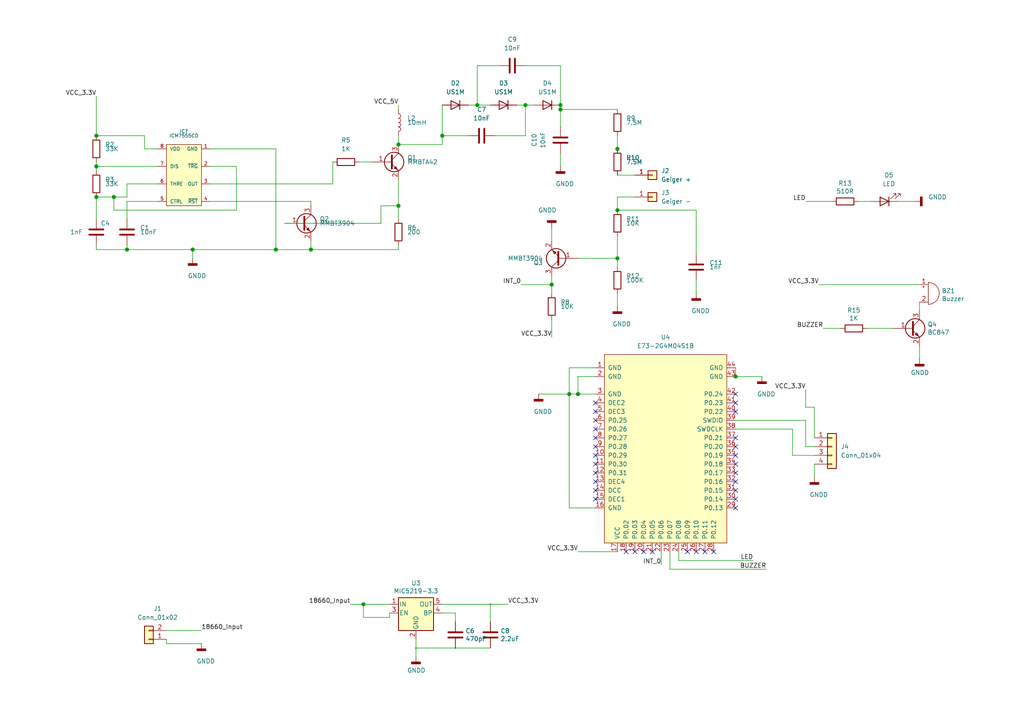
<source format=kicad_sch>
(kicad_sch (version 20201015) (generator eeschema)
  (page 1 1)
  (paper "A4")
  (lib_symbols
    (symbol "Connector_Generic:Conn_01x01" (pin_names (offset 1.016) hide)
      (property "Reference" "J" (at 0 2.54 0))
      (property "Value" "Conn_01x01" (at 0 -2.54 0))
      (symbol "Conn_01x01_1_1"
        (rectangle (start -1.27 0.127) (end 0 -0.127) (stroke (width 0.1524)))
        (rectangle (start -1.27 1.27) (end 1.27 -1.27) (stroke (width 0.254)) (fill (type background)))
        (pin passive line (at -5.08 0 0) (length 3.81) (name "Pin_1") (number "1"))
      )
    )
    (symbol "Connector_Generic:Conn_01x02" (pin_names (offset 1.016) hide)
      (property "Reference" "J" (at 0 2.54 0))
      (property "Value" "Conn_01x02" (at 0 -5.08 0))
      (symbol "Conn_01x02_1_1"
        (rectangle (start -1.27 -2.413) (end 0 -2.667) (stroke (width 0.1524)))
        (rectangle (start -1.27 0.127) (end 0 -0.127) (stroke (width 0.1524)))
        (rectangle (start -1.27 1.27) (end 1.27 -3.81) (stroke (width 0.254)) (fill (type background)))
        (pin passive line (at -5.08 0 0) (length 3.81) (name "Pin_1") (number "1"))
        (pin passive line (at -5.08 -2.54 0) (length 3.81) (name "Pin_2") (number "2"))
      )
    )
    (symbol "Connector_Generic:Conn_01x04" (pin_names (offset 1.016) hide)
      (property "Reference" "J" (at 0 5.08 0))
      (property "Value" "Conn_01x04" (at 0 -7.62 0))
      (symbol "Conn_01x04_1_1"
        (rectangle (start -1.27 -4.953) (end 0 -5.207) (stroke (width 0.1524)))
        (rectangle (start -1.27 -2.413) (end 0 -2.667) (stroke (width 0.1524)))
        (rectangle (start -1.27 2.667) (end 0 2.413) (stroke (width 0.1524)))
        (rectangle (start -1.27 3.81) (end 1.27 -6.35) (stroke (width 0.254)) (fill (type background)))
        (rectangle (start -1.27 0.127) (end 0 -0.127) (stroke (width 0.1524)))
        (pin passive line (at -5.08 2.54 0) (length 3.81) (name "Pin_1") (number "1"))
        (pin passive line (at -5.08 0 0) (length 3.81) (name "Pin_2") (number "2"))
        (pin passive line (at -5.08 -2.54 0) (length 3.81) (name "Pin_3") (number "3"))
        (pin passive line (at -5.08 -5.08 0) (length 3.81) (name "Pin_4") (number "4"))
      )
    )
    (symbol "Device:Buzzer" (pin_names (offset 0.0254) hide)
      (property "Reference" "BZ" (at 3.81 1.27 0))
      (property "Value" "Buzzer" (at 3.81 -1.27 0))
      (symbol "Buzzer_0_1"
        (arc (start 0 -3.175) (end 0 3.175) (radius (at 0 0) (length 3.175) (angles -89.9 89.9)))
        (polyline (pts (xy -1.651 1.905) (xy -1.143 1.905)))
        (polyline (pts (xy -1.397 2.159) (xy -1.397 1.651)))
        (polyline (pts (xy 0 3.175) (xy 0 -3.175)))
      )
      (symbol "Buzzer_1_1"
        (pin passive line (at -2.54 2.54 0) (length 2.54) (name "-") (number "1"))
        (pin passive line (at -2.54 -2.54 0) (length 2.54) (name "+") (number "2"))
      )
    )
    (symbol "Device:C" (pin_numbers hide) (pin_names (offset 0.254))
      (property "Reference" "C" (at 0.635 2.54 0))
      (property "Value" "C" (at 0.635 -2.54 0))
      (symbol "C_0_1"
        (polyline (pts (xy -2.032 -0.762) (xy 2.032 -0.762)) (stroke (width 0.508)))
        (polyline (pts (xy -2.032 0.762) (xy 2.032 0.762)) (stroke (width 0.508)))
      )
      (symbol "C_1_1"
        (pin passive line (at 0 3.81 270) (length 2.794) (name "~") (number "1"))
        (pin passive line (at 0 -3.81 90) (length 2.794) (name "~") (number "2"))
      )
    )
    (symbol "Device:L" (pin_numbers hide) (pin_names (offset 1.016) hide)
      (property "Reference" "L" (at -1.27 0 90))
      (property "Value" "L" (at 1.905 0 90))
      (symbol "L_0_1"
        (arc (start 0 -2.54) (end 0 -1.27) (radius (at 0 -1.905) (length 0.635) (angles -89.9 89.9)))
        (arc (start 0 -1.27) (end 0 0) (radius (at 0 -0.635) (length 0.635) (angles -89.9 89.9)))
        (arc (start 0 0) (end 0 1.27) (radius (at 0 0.635) (length 0.635) (angles -89.9 89.9)))
        (arc (start 0 1.27) (end 0 2.54) (radius (at 0 1.905) (length 0.635) (angles -89.9 89.9)))
      )
      (symbol "L_1_1"
        (pin passive line (at 0 3.81 270) (length 1.27) (name "1") (number "1"))
        (pin passive line (at 0 -3.81 90) (length 1.27) (name "2") (number "2"))
      )
    )
    (symbol "Device:LED" (pin_numbers hide) (pin_names (offset 1.016) hide)
      (property "Reference" "D" (at 0 2.54 0))
      (property "Value" "LED" (at 0 -2.54 0))
      (symbol "LED_0_1"
        (polyline (pts (xy -1.27 -1.27) (xy -1.27 1.27)) (stroke (width 0.254)))
        (polyline (pts (xy -1.27 0) (xy 1.27 0)))
        (polyline (pts (xy 1.27 -1.27) (xy 1.27 1.27) (xy -1.27 0) (xy 1.27 -1.27)) (stroke (width 0.254)))
        (polyline (pts (xy -3.048 -0.762) (xy -4.572 -2.286) (xy -3.81 -2.286) (xy -4.572 -2.286) (xy -4.572 -1.524)))
        (polyline (pts (xy -1.778 -0.762) (xy -3.302 -2.286) (xy -2.54 -2.286) (xy -3.302 -2.286) (xy -3.302 -1.524)))
      )
      (symbol "LED_1_1"
        (pin passive line (at -3.81 0 0) (length 2.54) (name "K") (number "1"))
        (pin passive line (at 3.81 0 180) (length 2.54) (name "A") (number "2"))
      )
    )
    (symbol "Device:R" (pin_numbers hide) (pin_names (offset 0))
      (property "Reference" "R" (at 2.032 0 90))
      (property "Value" "R" (at 0 0 90))
      (symbol "R_0_1"
        (rectangle (start -1.016 -2.54) (end 1.016 2.54) (stroke (width 0.254)))
      )
      (symbol "R_1_1"
        (pin passive line (at 0 3.81 270) (length 1.27) (name "~") (number "1"))
        (pin passive line (at 0 -3.81 90) (length 1.27) (name "~") (number "2"))
      )
    )
    (symbol "Diode:US1M" (pin_numbers hide) (pin_names (offset 1.016) hide)
      (property "Reference" "D" (at 0 2.54 0))
      (property "Value" "US1M" (at 0 -2.54 0))
      (symbol "US1M_0_1"
        (polyline (pts (xy -1.27 1.27) (xy -1.27 -1.27)) (stroke (width 0.254)))
        (polyline (pts (xy 1.27 0) (xy -1.27 0)))
        (polyline (pts (xy 1.27 1.27) (xy 1.27 -1.27) (xy -1.27 0) (xy 1.27 1.27)) (stroke (width 0.254)))
      )
      (symbol "US1M_1_1"
        (pin passive line (at -3.81 0 0) (length 2.54) (name "K") (number "1"))
        (pin passive line (at 3.81 0 180) (length 2.54) (name "A") (number "2"))
      )
    )
    (symbol "Ebyte:E73-2G4M04S1B" (pin_names (offset 1.016))
      (property "Reference" "U" (at -2.54 31.75 0))
      (property "Value" "E73-2G4M04S1B" (at -1.27 27.94 0))
      (symbol "E73-2G4M04S1B_0_1"
        (rectangle (start -17.78 25.4) (end 17.78 -29.21) (fill (type background)))
      )
      (symbol "E73-2G4M04S1B_1_1"
        (pin input line (at -20.32 21.59 0) (length 2.54) (name "GND") (number "1"))
        (pin bidirectional line (at -20.32 -3.81 0) (length 2.54) (name "P0.29") (number "10"))
        (pin bidirectional line (at -20.32 -6.35 0) (length 2.54) (name "P0.30") (number "11"))
        (pin bidirectional line (at -20.32 -8.89 0) (length 2.54) (name "P0.31") (number "12"))
        (pin unspecified line (at -20.32 -11.43 0) (length 2.54) (name "DEC4") (number "13"))
        (pin unspecified line (at -20.32 -13.97 0) (length 2.54) (name "DCC") (number "14"))
        (pin unspecified line (at -20.32 -16.51 0) (length 2.54) (name "DEC1") (number "15"))
        (pin input line (at -20.32 -19.05 0) (length 2.54) (name "GND") (number "16"))
        (pin input line (at -13.97 -31.75 90) (length 2.54) (name "VCC") (number "17"))
        (pin bidirectional line (at -11.43 -31.75 90) (length 2.54) (name "P0.02") (number "18"))
        (pin bidirectional line (at -8.89 -31.75 90) (length 2.54) (name "P0.03") (number "19"))
        (pin input line (at -20.32 19.05 0) (length 2.54) (name "GND") (number "2"))
        (pin bidirectional line (at -6.35 -31.75 90) (length 2.54) (name "P0.04") (number "20"))
        (pin bidirectional line (at -3.81 -31.75 90) (length 2.54) (name "P0.05") (number "21"))
        (pin bidirectional line (at -1.27 -31.75 90) (length 2.54) (name "P0.06") (number "22"))
        (pin bidirectional line (at 1.27 -31.75 90) (length 2.54) (name "P0.07") (number "23"))
        (pin bidirectional line (at 3.81 -31.75 90) (length 2.54) (name "P0.08") (number "24"))
        (pin bidirectional line (at 6.35 -31.75 90) (length 2.54) (name "P0.09") (number "25"))
        (pin bidirectional line (at 8.89 -31.75 90) (length 2.54) (name "P0.10") (number "26"))
        (pin bidirectional line (at 11.43 -31.75 90) (length 2.54) (name "P0.11") (number "27"))
        (pin bidirectional line (at 13.97 -31.75 90) (length 2.54) (name "P0.12") (number "28"))
        (pin bidirectional line (at 20.32 -19.05 180) (length 2.54) (name "P0.13") (number "29"))
        (pin input line (at -20.32 13.97 0) (length 2.54) (name "GND") (number "3"))
        (pin bidirectional line (at 20.32 -16.51 180) (length 2.54) (name "P0.14") (number "30"))
        (pin bidirectional line (at 20.32 -13.97 180) (length 2.54) (name "P0.15") (number "31"))
        (pin bidirectional line (at 20.32 -11.43 180) (length 2.54) (name "P0.16") (number "32"))
        (pin bidirectional line (at 20.32 -8.89 180) (length 2.54) (name "P0.17") (number "33"))
        (pin bidirectional line (at 20.32 -6.35 180) (length 2.54) (name "P0.18") (number "34"))
        (pin bidirectional line (at 20.32 -3.81 180) (length 2.54) (name "P0.19") (number "35"))
        (pin bidirectional line (at 20.32 -1.27 180) (length 2.54) (name "P0.20") (number "36"))
        (pin bidirectional line (at 20.32 1.27 180) (length 2.54) (name "P0.21") (number "37"))
        (pin input line (at 20.32 3.81 180) (length 2.54) (name "SWDCLK") (number "38"))
        (pin input line (at 20.32 6.35 180) (length 2.54) (name "SWDIO") (number "39"))
        (pin unspecified line (at -20.32 11.43 0) (length 2.54) (name "DEC2") (number "4"))
        (pin bidirectional line (at 20.32 8.89 180) (length 2.54) (name "P0.22") (number "40"))
        (pin bidirectional line (at 20.32 11.43 180) (length 2.54) (name "P0.23") (number "41"))
        (pin bidirectional line (at 20.32 13.97 180) (length 2.54) (name "P0.24") (number "42"))
        (pin input line (at 20.32 19.05 180) (length 2.54) (name "GND") (number "43"))
        (pin input line (at 20.32 21.59 180) (length 2.54) (name "GND") (number "44"))
        (pin unspecified line (at -20.32 8.89 0) (length 2.54) (name "DEC3") (number "5"))
        (pin bidirectional line (at -20.32 6.35 0) (length 2.54) (name "P0.25") (number "6"))
        (pin bidirectional line (at -20.32 3.81 0) (length 2.54) (name "P0.26") (number "7"))
        (pin bidirectional line (at -20.32 1.27 0) (length 2.54) (name "P0.27") (number "8"))
        (pin bidirectional line (at -20.32 -1.27 0) (length 2.54) (name "P0.28") (number "9"))
      )
    )
    (symbol "ICM:ICM7555CD" (pin_names (offset 1.016))
      (property "Reference" "IC" (at -4.064 9.652 0))
      (property "Value" "ICM7555CD" (at -0.254 -9.906 0))
      (symbol "ICM7555CD_0_1"
        (rectangle (start -5.08 8.89) (end 5.08 -8.89) (fill (type background)))
      )
      (symbol "ICM7555CD_1_1"
        (pin passive line (at -7.62 7.62 0) (length 2.54) (name "GND") (number "1"))
        (pin passive line (at -7.62 2.54 0) (length 2.54) (name "~TRG") (number "2"))
        (pin passive line (at -7.62 -2.54 0) (length 2.54) (name "OUT") (number "3"))
        (pin passive line (at -7.62 -7.62 0) (length 2.54) (name "~RST") (number "4"))
        (pin passive line (at 7.62 -7.62 180) (length 2.54) (name "CTRL") (number "5"))
        (pin passive line (at 7.62 -2.54 180) (length 2.54) (name "THRE") (number "6"))
        (pin passive line (at 7.62 2.54 180) (length 2.54) (name "DIS") (number "7"))
        (pin passive line (at 7.62 7.62 180) (length 2.54) (name "VDD") (number "8"))
      )
    )
    (symbol "Paperless_v3-rescue:MIC5219-3.3-Regulator_Linear" (pin_names (offset 0.254))
      (property "Reference" "U" (at -3.81 5.715 0))
      (property "Value" "MIC5219-3.3-Regulator_Linear" (at 0 5.715 0))
      (symbol "MIC5219-3.3-Regulator_Linear_0_1"
        (rectangle (start -5.08 4.445) (end 5.08 -5.08) (stroke (width 0.254)) (fill (type background)))
      )
      (symbol "MIC5219-3.3-Regulator_Linear_1_1"
        (pin power_in line (at -7.62 2.54 0) (length 2.54) (name "IN") (number "1"))
        (pin power_in line (at 0 -7.62 90) (length 2.54) (name "GND") (number "2"))
        (pin input line (at -7.62 0 0) (length 2.54) (name "EN") (number "3"))
        (pin input line (at 7.62 0 180) (length 2.54) (name "BP") (number "4"))
        (pin power_out line (at 7.62 2.54 180) (length 2.54) (name "OUT") (number "5"))
      )
    )
    (symbol "Transistor_BJT:BC847" (pin_names (offset 0) hide)
      (property "Reference" "Q" (at 5.08 1.905 0))
      (property "Value" "BC847" (at 5.08 0 0))
      (symbol "BC847_0_1"
        (circle (center 1.27 0) (radius 2.8194) (stroke (width 0.254)))
        (polyline (pts (xy 0.635 0.635) (xy 2.54 2.54)))
        (polyline (pts (xy 0.635 -0.635) (xy 2.54 -2.54) (xy 2.54 -2.54)))
        (polyline (pts (xy 0.635 1.905) (xy 0.635 -1.905) (xy 0.635 -1.905)) (stroke (width 0.508)))
        (polyline (pts (xy 1.27 -1.778) (xy 1.778 -1.27) (xy 2.286 -2.286) (xy 1.27 -1.778) (xy 1.27 -1.778)) (fill (type outline)))
      )
      (symbol "BC847_1_1"
        (pin input line (at -5.08 0 0) (length 5.715) (name "B") (number "1"))
        (pin passive line (at 2.54 -5.08 90) (length 2.54) (name "E") (number "2"))
        (pin passive line (at 2.54 5.08 270) (length 2.54) (name "C") (number "3"))
      )
    )
    (symbol "Transistor_BJT:MMBT3904" (pin_names (offset 0) hide)
      (property "Reference" "Q" (at 5.08 1.905 0))
      (property "Value" "MMBT3904" (at 5.08 0 0))
      (symbol "MMBT3904_0_1"
        (circle (center 1.27 0) (radius 2.8194) (stroke (width 0.254)))
        (polyline (pts (xy 0.635 0.635) (xy 2.54 2.54)))
        (polyline (pts (xy 0.635 -0.635) (xy 2.54 -2.54) (xy 2.54 -2.54)))
        (polyline (pts (xy 0.635 1.905) (xy 0.635 -1.905) (xy 0.635 -1.905)) (stroke (width 0.508)))
        (polyline (pts (xy 1.27 -1.778) (xy 1.778 -1.27) (xy 2.286 -2.286) (xy 1.27 -1.778) (xy 1.27 -1.778)) (fill (type outline)))
      )
      (symbol "MMBT3904_1_1"
        (pin input line (at -5.08 0 0) (length 5.715) (name "B") (number "1"))
        (pin passive line (at 2.54 -5.08 90) (length 2.54) (name "E") (number "2"))
        (pin passive line (at 2.54 5.08 270) (length 2.54) (name "C") (number "3"))
      )
    )
    (symbol "Transistor_BJT:MMBTA42" (pin_names (offset 0) hide)
      (property "Reference" "Q" (at 5.08 1.905 0))
      (property "Value" "MMBTA42" (at 5.08 0 0))
      (symbol "MMBTA42_0_1"
        (circle (center 1.27 0) (radius 2.8194) (stroke (width 0.254)))
        (polyline (pts (xy 0 0) (xy 0.635 0)))
        (polyline (pts (xy 0.635 0.635) (xy 2.54 2.54)))
        (polyline (pts (xy 0.635 -0.635) (xy 2.54 -2.54) (xy 2.54 -2.54)))
        (polyline (pts (xy 0.635 1.905) (xy 0.635 -1.905) (xy 0.635 -1.905)) (stroke (width 0.508)))
        (polyline (pts (xy 1.27 -1.778) (xy 1.778 -1.27) (xy 2.286 -2.286) (xy 1.27 -1.778) (xy 1.27 -1.778)) (fill (type outline)))
      )
      (symbol "MMBTA42_1_1"
        (pin input line (at -5.08 0 0) (length 5.08) (name "B") (number "1"))
        (pin passive line (at 2.54 -5.08 90) (length 2.54) (name "E") (number "2"))
        (pin passive line (at 2.54 5.08 270) (length 2.54) (name "C") (number "3"))
      )
    )
    (symbol "power:GNDD" (power) (pin_names (offset 0))
      (property "Value" "GNDD" (at 0 -3.175 0))
      (symbol "GNDD_0_1"
        (rectangle (start -1.27 -1.524) (end 1.27 -2.032) (stroke (width 0.254)) (fill (type outline)))
        (polyline (pts (xy 0 0) (xy 0 -1.524)))
      )
      (symbol "GNDD_1_1"
        (pin power_in line (at 0 0 270) (length 0) hide (name "GNDD") (number "1"))
      )
    )
  )
  (junction (at 27.94 39.37) (diameter 1.016))
  (junction (at 27.94 48.26) (diameter 1.016))
  (junction (at 27.94 57.15) (diameter 1.016))
  (junction (at 33.02 57.15) (diameter 1.016))
  (junction (at 36.83 72.39) (diameter 1.016))
  (junction (at 55.88 72.39) (diameter 1.016))
  (junction (at 80.01 72.39) (diameter 1.016))
  (junction (at 90.17 72.39) (diameter 1.016))
  (junction (at 105.41 175.26) (diameter 1.016))
  (junction (at 115.57 41.91) (diameter 1.016))
  (junction (at 115.57 59.69) (diameter 1.016))
  (junction (at 120.65 187.96) (diameter 0.3048))
  (junction (at 128.27 39.37) (diameter 1.016))
  (junction (at 132.08 187.96) (diameter 0.3048))
  (junction (at 138.43 30.48) (diameter 1.016))
  (junction (at 142.24 175.26) (diameter 0.3048))
  (junction (at 152.4 30.48) (diameter 1.016))
  (junction (at 160.02 82.55) (diameter 1.016))
  (junction (at 162.56 30.48) (diameter 1.016))
  (junction (at 162.56 31.75) (diameter 1.016))
  (junction (at 165.1 114.3) (diameter 1.016))
  (junction (at 167.64 114.3) (diameter 1.016))
  (junction (at 179.07 43.18) (diameter 1.016))
  (junction (at 179.07 60.96) (diameter 1.016))
  (junction (at 179.07 74.93) (diameter 1.016))
  (junction (at 213.36 109.22) (diameter 1.016))
  (no_connect (at 199.39 160.02))
  (no_connect (at 213.36 137.16))
  (no_connect (at 213.36 147.32))
  (no_connect (at 213.36 144.78))
  (no_connect (at 172.72 129.54))
  (no_connect (at 172.72 144.78))
  (no_connect (at 172.72 116.84))
  (no_connect (at 213.36 134.62))
  (no_connect (at 189.23 160.02))
  (no_connect (at 172.72 127))
  (no_connect (at 213.36 142.24))
  (no_connect (at 204.47 160.02))
  (no_connect (at 172.72 121.92))
  (no_connect (at 213.36 116.84))
  (no_connect (at 213.36 127))
  (no_connect (at 186.69 160.02))
  (no_connect (at 172.72 124.46))
  (no_connect (at 201.93 160.02))
  (no_connect (at 207.01 160.02))
  (no_connect (at 213.36 129.54))
  (no_connect (at 213.36 119.38))
  (no_connect (at 172.72 134.62))
  (no_connect (at 181.61 160.02))
  (no_connect (at 184.15 160.02))
  (no_connect (at 213.36 132.08))
  (no_connect (at 172.72 132.08))
  (no_connect (at 213.36 114.3))
  (no_connect (at 172.72 142.24))
  (no_connect (at 213.36 139.7))
  (no_connect (at 172.72 139.7))
  (no_connect (at 172.72 119.38))
  (no_connect (at 172.72 137.16))
  (wire (pts (xy 27.94 27.94) (xy 27.94 39.37)))
  (wire (pts (xy 27.94 46.99) (xy 27.94 48.26)))
  (wire (pts (xy 27.94 48.26) (xy 27.94 49.53)))
  (wire (pts (xy 27.94 48.26) (xy 45.72 48.26)))
  (wire (pts (xy 27.94 57.15) (xy 27.94 63.5)))
  (wire (pts (xy 27.94 72.39) (xy 27.94 71.12)))
  (wire (pts (xy 33.02 57.15) (xy 27.94 57.15)))
  (wire (pts (xy 33.02 60.96) (xy 33.02 57.15)))
  (wire (pts (xy 36.83 53.34) (xy 36.83 57.15)))
  (wire (pts (xy 36.83 57.15) (xy 33.02 57.15)))
  (wire (pts (xy 36.83 58.42) (xy 45.72 58.42)))
  (wire (pts (xy 36.83 63.5) (xy 36.83 58.42)))
  (wire (pts (xy 36.83 71.12) (xy 36.83 72.39)))
  (wire (pts (xy 36.83 72.39) (xy 27.94 72.39)))
  (wire (pts (xy 41.91 39.37) (xy 27.94 39.37)))
  (wire (pts (xy 41.91 43.18) (xy 41.91 39.37)))
  (wire (pts (xy 45.72 43.18) (xy 41.91 43.18)))
  (wire (pts (xy 45.72 53.34) (xy 36.83 53.34)))
  (wire (pts (xy 48.26 182.88) (xy 58.42 182.88)))
  (wire (pts (xy 48.26 186.69) (xy 48.26 185.42)))
  (wire (pts (xy 55.88 72.39) (xy 36.83 72.39)))
  (wire (pts (xy 55.88 72.39) (xy 55.88 74.93)))
  (wire (pts (xy 58.42 186.69) (xy 48.26 186.69)))
  (wire (pts (xy 60.96 43.18) (xy 80.01 43.18)))
  (wire (pts (xy 60.96 48.26) (xy 68.58 48.26)))
  (wire (pts (xy 60.96 53.34) (xy 96.52 53.34)))
  (wire (pts (xy 68.58 48.26) (xy 68.58 60.96)))
  (wire (pts (xy 68.58 60.96) (xy 33.02 60.96)))
  (wire (pts (xy 80.01 43.18) (xy 80.01 72.39)))
  (wire (pts (xy 80.01 72.39) (xy 55.88 72.39)))
  (wire (pts (xy 82.55 64.77) (xy 110.49 64.77)))
  (wire (pts (xy 90.17 58.42) (xy 60.96 58.42)))
  (wire (pts (xy 90.17 59.69) (xy 90.17 58.42)))
  (wire (pts (xy 90.17 69.85) (xy 90.17 72.39)))
  (wire (pts (xy 90.17 72.39) (xy 80.01 72.39)))
  (wire (pts (xy 96.52 53.34) (xy 96.52 46.99)))
  (wire (pts (xy 104.14 46.99) (xy 107.95 46.99)))
  (wire (pts (xy 105.41 175.26) (xy 101.6 175.26)))
  (wire (pts (xy 105.41 175.26) (xy 105.41 179.07)))
  (wire (pts (xy 105.41 179.07) (xy 113.03 179.07)))
  (wire (pts (xy 110.49 59.69) (xy 115.57 59.69)))
  (wire (pts (xy 110.49 64.77) (xy 110.49 59.69)))
  (wire (pts (xy 113.03 175.26) (xy 105.41 175.26)))
  (wire (pts (xy 113.03 179.07) (xy 113.03 177.8)))
  (wire (pts (xy 115.57 30.48) (xy 115.57 31.75)))
  (wire (pts (xy 115.57 39.37) (xy 115.57 41.91)))
  (wire (pts (xy 115.57 41.91) (xy 128.27 41.91)))
  (wire (pts (xy 115.57 52.07) (xy 115.57 59.69)))
  (wire (pts (xy 115.57 59.69) (xy 115.57 63.5)))
  (wire (pts (xy 115.57 71.12) (xy 115.57 72.39)))
  (wire (pts (xy 115.57 72.39) (xy 90.17 72.39)))
  (wire (pts (xy 120.65 185.42) (xy 120.65 187.96)))
  (wire (pts (xy 120.65 187.96) (xy 120.65 190.5)))
  (wire (pts (xy 128.27 30.48) (xy 128.27 39.37)))
  (wire (pts (xy 128.27 39.37) (xy 128.27 41.91)))
  (wire (pts (xy 128.27 39.37) (xy 135.89 39.37)))
  (wire (pts (xy 128.27 175.26) (xy 142.24 175.26)))
  (wire (pts (xy 128.27 177.8) (xy 132.08 177.8)))
  (wire (pts (xy 132.08 177.8) (xy 132.08 180.34)))
  (wire (pts (xy 132.08 187.96) (xy 120.65 187.96)))
  (wire (pts (xy 135.89 30.48) (xy 138.43 30.48)))
  (wire (pts (xy 138.43 19.05) (xy 138.43 30.48)))
  (wire (pts (xy 138.43 30.48) (xy 142.24 30.48)))
  (wire (pts (xy 142.24 175.26) (xy 142.24 180.34)))
  (wire (pts (xy 142.24 187.96) (xy 132.08 187.96)))
  (wire (pts (xy 143.51 39.37) (xy 152.4 39.37)))
  (wire (pts (xy 144.78 19.05) (xy 138.43 19.05)))
  (wire (pts (xy 147.32 175.26) (xy 142.24 175.26)))
  (wire (pts (xy 149.86 30.48) (xy 152.4 30.48)))
  (wire (pts (xy 151.13 82.55) (xy 160.02 82.55)))
  (wire (pts (xy 152.4 19.05) (xy 162.56 19.05)))
  (wire (pts (xy 152.4 30.48) (xy 154.94 30.48)))
  (wire (pts (xy 152.4 39.37) (xy 152.4 30.48)))
  (wire (pts (xy 156.21 114.3) (xy 165.1 114.3)))
  (wire (pts (xy 160.02 66.04) (xy 160.02 69.85)))
  (wire (pts (xy 160.02 80.01) (xy 160.02 82.55)))
  (wire (pts (xy 160.02 82.55) (xy 160.02 85.09)))
  (wire (pts (xy 160.02 92.71) (xy 160.02 97.79)))
  (wire (pts (xy 162.56 19.05) (xy 162.56 30.48)))
  (wire (pts (xy 162.56 30.48) (xy 162.56 31.75)))
  (wire (pts (xy 162.56 31.75) (xy 162.56 36.83)))
  (wire (pts (xy 162.56 44.45) (xy 162.56 48.26)))
  (wire (pts (xy 165.1 106.68) (xy 165.1 114.3)))
  (wire (pts (xy 165.1 114.3) (xy 167.64 114.3)))
  (wire (pts (xy 165.1 147.32) (xy 165.1 114.3)))
  (wire (pts (xy 167.64 74.93) (xy 179.07 74.93)))
  (wire (pts (xy 167.64 109.22) (xy 167.64 114.3)))
  (wire (pts (xy 167.64 114.3) (xy 172.72 114.3)))
  (wire (pts (xy 167.64 160.02) (xy 179.07 160.02)))
  (wire (pts (xy 172.72 106.68) (xy 165.1 106.68)))
  (wire (pts (xy 172.72 109.22) (xy 167.64 109.22)))
  (wire (pts (xy 172.72 147.32) (xy 165.1 147.32)))
  (wire (pts (xy 179.07 31.75) (xy 162.56 31.75)))
  (wire (pts (xy 179.07 39.37) (xy 179.07 43.18)))
  (wire (pts (xy 179.07 43.18) (xy 179.07 44.45)))
  (wire (pts (xy 179.07 50.8) (xy 184.15 50.8)))
  (wire (pts (xy 179.07 57.15) (xy 179.07 60.96)))
  (wire (pts (xy 179.07 68.58) (xy 179.07 74.93)))
  (wire (pts (xy 179.07 74.93) (xy 179.07 77.47)))
  (wire (pts (xy 179.07 85.09) (xy 179.07 88.9)))
  (wire (pts (xy 184.15 57.15) (xy 179.07 57.15)))
  (wire (pts (xy 191.77 160.02) (xy 191.77 163.83)))
  (wire (pts (xy 194.31 160.02) (xy 194.31 165.1)))
  (wire (pts (xy 194.31 165.1) (xy 222.25 165.1)))
  (wire (pts (xy 196.85 162.56) (xy 196.85 160.02)))
  (wire (pts (xy 201.93 60.96) (xy 179.07 60.96)))
  (wire (pts (xy 201.93 73.66) (xy 201.93 60.96)))
  (wire (pts (xy 201.93 81.28) (xy 201.93 85.09)))
  (wire (pts (xy 213.36 106.68) (xy 213.36 109.22)))
  (wire (pts (xy 213.36 109.22) (xy 220.98 109.22)))
  (wire (pts (xy 213.36 121.92) (xy 233.68 121.92)))
  (wire (pts (xy 213.36 124.46) (xy 229.87 124.46)))
  (wire (pts (xy 218.44 162.56) (xy 196.85 162.56)))
  (wire (pts (xy 229.87 124.46) (xy 229.87 132.08)))
  (wire (pts (xy 229.87 132.08) (xy 236.22 132.08)))
  (wire (pts (xy 233.68 58.42) (xy 241.3 58.42)))
  (wire (pts (xy 233.68 113.03) (xy 233.68 118.11)))
  (wire (pts (xy 233.68 118.11) (xy 236.22 118.11)))
  (wire (pts (xy 233.68 121.92) (xy 233.68 129.54)))
  (wire (pts (xy 233.68 129.54) (xy 236.22 129.54)))
  (wire (pts (xy 236.22 118.11) (xy 236.22 127)))
  (wire (pts (xy 236.22 134.62) (xy 236.22 138.43)))
  (wire (pts (xy 237.49 82.55) (xy 266.7 82.55)))
  (wire (pts (xy 238.76 95.25) (xy 243.84 95.25)))
  (wire (pts (xy 248.92 58.42) (xy 252.73 58.42)))
  (wire (pts (xy 251.46 95.25) (xy 259.08 95.25)))
  (wire (pts (xy 260.35 58.42) (xy 265.43 58.42)))
  (wire (pts (xy 266.7 87.63) (xy 266.7 90.17)))
  (wire (pts (xy 266.7 100.33) (xy 266.7 104.14)))
  (label "VCC_3.3V" (at 27.94 27.94 180))
  (label "18660_Input" (at 58.42 182.88 0))
  (label "18660_Input" (at 101.6 175.26 180))
  (label "VCC_5V" (at 115.57 30.48 180))
  (label "VCC_3.3V" (at 147.32 175.26 0))
  (label "INT_0" (at 151.13 82.55 180))
  (label "VCC_3.3V" (at 160.02 97.79 180))
  (label "VCC_3.3V" (at 167.64 160.02 180))
  (label "INT_0" (at 191.77 163.83 180))
  (label "LED" (at 218.44 162.56 180))
  (label "BUZZER" (at 222.25 165.1 180))
  (label "LED" (at 233.68 58.42 180))
  (label "VCC_3.3V" (at 233.68 113.03 180))
  (label "VCC_3.3V" (at 237.49 82.55 180))
  (label "BUZZER" (at 238.76 95.25 180))
  (symbol (lib_id "power:GNDD") (at 55.88 74.93 0) (unit 1)
    (property "Reference" "#PWR02" (effects hide))
    (property "Value" "GNDD" (at 57.15 80.01 0))
  )
  (symbol (lib_id "power:GNDD") (at 58.42 186.69 0) (unit 1)
    (property "Reference" "#PWR03" (effects hide))
    (property "Value" "GNDD" (at 59.69 191.77 0))
  )
  (symbol (lib_id "power:GNDD") (at 120.65 190.5 0) (unit 1)
    (property "Reference" "#PWR04" (effects hide))
    (property "Value" "GNDD" (at 120.7516 194.437 0))
  )
  (symbol (lib_id "power:GNDD") (at 156.21 114.3 0) (unit 1)
    (property "Reference" "#PWR05" (effects hide))
    (property "Value" "GNDD" (at 157.48 119.38 0))
  )
  (symbol (lib_id "power:GNDD") (at 160.02 66.04 180) (unit 1)
    (property "Reference" "#PWR06" (effects hide))
    (property "Value" "GNDD" (at 158.75 60.96 0))
  )
  (symbol (lib_id "power:GNDD") (at 162.56 48.26 0) (unit 1)
    (property "Reference" "#PWR07" (effects hide))
    (property "Value" "GNDD" (at 163.83 53.34 0))
  )
  (symbol (lib_id "power:GNDD") (at 179.07 88.9 0) (unit 1)
    (property "Reference" "#PWR08" (effects hide))
    (property "Value" "GNDD" (at 180.34 93.98 0))
  )
  (symbol (lib_id "power:GNDD") (at 201.93 85.09 0) (unit 1)
    (property "Reference" "#PWR09" (effects hide))
    (property "Value" "GNDD" (at 203.2 90.17 0))
  )
  (symbol (lib_id "power:GNDD") (at 220.98 109.22 0) (unit 1)
    (property "Reference" "#PWR010" (effects hide))
    (property "Value" "GNDD" (at 222.25 114.3 0))
  )
  (symbol (lib_id "power:GNDD") (at 236.22 138.43 0) (unit 1)
    (property "Reference" "#PWR011" (effects hide))
    (property "Value" "GNDD" (at 237.49 143.51 0))
  )
  (symbol (lib_id "power:GNDD") (at 265.43 58.42 90) (unit 1)
    (property "Reference" "#PWR012" (effects hide))
    (property "Value" "GNDD" (at 269.24 57.15 90) (effects (justify right)))
  )
  (symbol (lib_id "power:GNDD") (at 266.7 104.14 0) (unit 1)
    (property "Reference" "#PWR013" (effects hide))
    (property "Value" "GNDD" (at 266.8016 108.077 0))
  )
  (symbol (lib_id "Device:L") (at 115.57 35.56 0) (unit 1)
    (property "Reference" "L2" (at 118.11 34.29 0) (effects (justify left)))
    (property "Value" "10mH" (at 118.11 35.56 0) (effects (justify left)))
    (property "Footprint" "Geiger:BOURNS-SDR0503" (effects hide))
  )
  (symbol (lib_id "Device:R") (at 27.94 43.18 0) (unit 1)
    (property "Reference" "R2" (at 30.48 41.91 0) (effects (justify left)))
    (property "Value" "33K" (at 30.48 43.18 0) (effects (justify left)))
    (property "Footprint" "Resistor_SMD:R_0805_2012Metric" (effects hide))
  )
  (symbol (lib_id "Device:R") (at 27.94 53.34 0) (unit 1)
    (property "Reference" "R3" (at 30.48 52.07 0) (effects (justify left)))
    (property "Value" "33K" (at 30.48 53.34 0) (effects (justify left)))
    (property "Footprint" "Resistor_SMD:R_0805_2012Metric" (effects hide))
  )
  (symbol (lib_id "Device:R") (at 100.33 46.99 90) (unit 1)
    (property "Reference" "R5" (at 100.33 40.64 90))
    (property "Value" "1K" (at 100.33 43.18 90))
    (property "Footprint" "Resistor_SMD:R_0805_2012Metric" (effects hide))
  )
  (symbol (lib_id "Device:R") (at 115.57 67.31 0) (unit 1)
    (property "Reference" "R6" (at 118.11 66.04 0) (effects (justify left)))
    (property "Value" "200" (at 118.11 67.31 0) (effects (justify left)))
    (property "Footprint" "Resistor_SMD:R_0805_2012Metric" (effects hide))
  )
  (symbol (lib_id "Device:R") (at 160.02 88.9 0) (unit 1)
    (property "Reference" "R8" (at 162.56 87.63 0) (effects (justify left)))
    (property "Value" "10K" (at 162.56 88.9 0) (effects (justify left)))
    (property "Footprint" "Resistor_SMD:R_0805_2012Metric" (effects hide))
  )
  (symbol (lib_id "Device:R") (at 179.07 35.56 0) (unit 1)
    (property "Reference" "R9" (at 181.61 34.29 0) (effects (justify left)))
    (property "Value" "7.5M" (at 181.61 35.56 0) (effects (justify left)))
    (property "Footprint" "Resistor_SMD:R_0805_2012Metric" (effects hide))
  )
  (symbol (lib_id "Device:R") (at 179.07 46.99 0) (unit 1)
    (property "Reference" "R10" (at 181.61 45.72 0) (effects (justify left)))
    (property "Value" "7.5M" (at 181.61 46.99 0) (effects (justify left)))
    (property "Footprint" "Resistor_SMD:R_0805_2012Metric" (effects hide))
  )
  (symbol (lib_id "Device:R") (at 179.07 64.77 0) (unit 1)
    (property "Reference" "R11" (at 181.61 63.5 0) (effects (justify left)))
    (property "Value" "10K" (at 181.61 64.77 0) (effects (justify left)))
    (property "Footprint" "Resistor_SMD:R_0805_2012Metric" (effects hide))
  )
  (symbol (lib_id "Device:R") (at 179.07 81.28 0) (unit 1)
    (property "Reference" "R12" (at 181.61 80.01 0) (effects (justify left)))
    (property "Value" "100K" (at 181.61 81.28 0) (effects (justify left)))
    (property "Footprint" "Resistor_SMD:R_0805_2012Metric" (effects hide))
  )
  (symbol (lib_id "Device:R") (at 245.11 58.42 270) (unit 1)
    (property "Reference" "R13" (at 245.11 53.1622 90))
    (property "Value" "510R" (at 245.11 55.4736 90))
    (property "Footprint" "Resistor_SMD:R_0805_2012Metric" (effects hide))
  )
  (symbol (lib_id "Device:R") (at 247.65 95.25 270) (unit 1)
    (property "Reference" "R15" (at 247.65 89.9922 90))
    (property "Value" "1K" (at 247.65 92.3036 90))
    (property "Footprint" "Resistor_SMD:R_0805_2012Metric" (effects hide))
  )
  (symbol (lib_id "Connector_Generic:Conn_01x01") (at 189.23 50.8 0) (unit 1)
    (property "Reference" "J2" (at 191.77 49.53 0) (effects (justify left)))
    (property "Value" "Geiger +" (at 191.77 52.07 0) (effects (justify left)))
    (property "Footprint" "Geiger:Датчик" (effects hide))
  )
  (symbol (lib_id "Connector_Generic:Conn_01x01") (at 189.23 57.15 0) (unit 1)
    (property "Reference" "J3" (at 191.77 55.88 0) (effects (justify left)))
    (property "Value" "Geiger -" (at 191.77 58.42 0) (effects (justify left)))
    (property "Footprint" "Geiger:Датчик" (effects hide))
  )
  (symbol (lib_id "Diode:US1M") (at 132.08 30.48 180) (unit 1)
    (property "Reference" "D2" (at 132.08 24.13 0))
    (property "Value" "US1M" (at 132.08 26.67 0))
    (property "Footprint" "Diode_SMD:D_SMA" (effects hide))
    (property "Datasheet" "https://www.diodes.com/assets/Datasheets/ds16008.pdf" (effects hide))
  )
  (symbol (lib_id "Diode:US1M") (at 146.05 30.48 180) (unit 1)
    (property "Reference" "D3" (at 146.05 24.13 0))
    (property "Value" "US1M" (at 146.05 26.67 0))
    (property "Footprint" "Diode_SMD:D_SMA" (effects hide))
    (property "Datasheet" "https://www.diodes.com/assets/Datasheets/ds16008.pdf" (effects hide))
  )
  (symbol (lib_id "Diode:US1M") (at 158.75 30.48 180) (unit 1)
    (property "Reference" "D4" (at 158.75 24.13 0))
    (property "Value" "US1M" (at 158.75 26.67 0))
    (property "Footprint" "Diode_SMD:D_SMA" (effects hide))
    (property "Datasheet" "https://www.diodes.com/assets/Datasheets/ds16008.pdf" (effects hide))
  )
  (symbol (lib_id "Device:LED") (at 256.54 58.42 180) (unit 1)
    (property "Reference" "D5" (at 257.81 50.8 0))
    (property "Value" "LED" (at 257.81 53.34 0))
    (property "Footprint" "LED_THT:LED_D3.0mm" (effects hide))
  )
  (symbol (lib_id "Connector_Generic:Conn_01x02") (at 43.18 185.42 180) (unit 1)
    (property "Reference" "J1" (at 45.72 176.53 0))
    (property "Value" "Conn_01x02" (at 45.72 179.07 0))
    (property "Footprint" "Connector_PinHeader_2.54mm:PinHeader_1x02_P2.54mm_Vertical" (effects hide))
  )
  (symbol (lib_id "Device:C") (at 27.94 67.31 0) (unit 1)
    (property "Reference" "C4" (at 29.21 64.77 0) (effects (justify left)))
    (property "Value" "1nF" (at 20.32 67.31 0) (effects (justify left)))
    (property "Footprint" "Resistor_SMD:R_0805_2012Metric" (effects hide))
  )
  (symbol (lib_id "Device:C") (at 36.83 67.31 0) (unit 1)
    (property "Reference" "C1" (at 40.64 66.04 0) (effects (justify left)))
    (property "Value" "10nF" (at 40.64 67.31 0) (effects (justify left)))
    (property "Footprint" "Resistor_SMD:R_0805_2012Metric" (effects hide))
  )
  (symbol (lib_id "Device:C") (at 132.08 184.15 0) (unit 1)
    (property "Reference" "C6" (at 135.001 182.9816 0) (effects (justify left)))
    (property "Value" "470pF" (at 135.001 185.293 0) (effects (justify left)))
    (property "Footprint" "Capacitor_SMD:C_0805_2012Metric" (effects hide))
  )
  (symbol (lib_id "Device:C") (at 139.7 39.37 90) (unit 1)
    (property "Reference" "C7" (at 139.7 31.75 90))
    (property "Value" "10nF" (at 139.7 34.29 90))
    (property "Footprint" "Resistor_SMD:R_1210_3225Metric" (effects hide))
  )
  (symbol (lib_id "Device:C") (at 142.24 184.15 0) (unit 1)
    (property "Reference" "C8" (at 145.161 182.9816 0) (effects (justify left)))
    (property "Value" "2.2uF" (at 145.161 185.293 0) (effects (justify left)))
    (property "Footprint" "Capacitor_SMD:C_0805_2012Metric" (effects hide))
  )
  (symbol (lib_id "Device:C") (at 148.59 19.05 90) (unit 1)
    (property "Reference" "C9" (at 148.59 11.43 90))
    (property "Value" "10nF" (at 148.59 13.97 90))
    (property "Footprint" "Resistor_SMD:R_1210_3225Metric" (effects hide))
  )
  (symbol (lib_id "Device:C") (at 162.56 40.64 180) (unit 1)
    (property "Reference" "C10" (at 154.94 40.64 90))
    (property "Value" "10nF" (at 157.48 40.64 90))
    (property "Footprint" "Resistor_SMD:R_1210_3225Metric" (effects hide))
  )
  (symbol (lib_id "Device:C") (at 201.93 77.47 0) (unit 1)
    (property "Reference" "C11" (at 205.74 76.2 0) (effects (justify left)))
    (property "Value" "1nF" (at 205.74 77.47 0) (effects (justify left)))
    (property "Footprint" "Resistor_SMD:R_0805_2012Metric" (effects hide))
  )
  (symbol (lib_id "Device:Buzzer") (at 269.24 85.09 0) (unit 1)
    (property "Reference" "BZ1" (at 273.1262 84.3534 0) (effects (justify left)))
    (property "Value" "Buzzer" (at 273.1262 86.6648 0) (effects (justify left)))
    (property "Footprint" "Buzzer_Beeper:Buzzer_15x7.5RM7.6" (effects hide))
  )
  (symbol (lib_id "Connector_Generic:Conn_01x04") (at 241.3 129.54 0) (unit 1)
    (property "Reference" "J4" (at 243.84 129.54 0) (effects (justify left)))
    (property "Value" "Conn_01x04" (at 243.84 132.08 0) (effects (justify left)))
    (property "Footprint" "Connector_PinHeader_2.54mm:PinHeader_1x04_P2.54mm_Horizontal" (effects hide))
  )
  (symbol (lib_id "Transistor_BJT:MMBT3904") (at 87.63 64.77 0) (unit 1)
    (property "Reference" "Q2" (at 92.71 63.5 0) (effects (justify left)))
    (property "Value" "MMBT3904" (at 92.71 64.77 0) (effects (justify left)))
    (property "Footprint" "Package_TO_SOT_SMD:SOT-23" (effects hide))
    (property "Datasheet" "https://www.onsemi.com/pub/Collateral/2N3903-D.PDF" (effects hide))
  )
  (symbol (lib_id "Transistor_BJT:MMBTA42") (at 113.03 46.99 0) (unit 1)
    (property "Reference" "Q1" (at 118.11 45.72 0) (effects (justify left)))
    (property "Value" "MMBTA42" (at 118.11 46.99 0) (effects (justify left)))
    (property "Footprint" "Package_TO_SOT_SMD:SOT-23" (effects hide))
    (property "Datasheet" "https://www.onsemi.com/pub/Collateral/MMBTA42LT1-D.PDF" (effects hide))
  )
  (symbol (lib_id "Transistor_BJT:MMBT3904") (at 162.56 74.93 180) (unit 1)
    (property "Reference" "Q3" (at 157.48 76.2 0) (effects (justify left)))
    (property "Value" "MMBT3904" (at 157.48 74.93 0) (effects (justify left)))
    (property "Footprint" "Package_TO_SOT_SMD:SOT-23" (effects hide))
    (property "Datasheet" "https://www.onsemi.com/pub/Collateral/2N3903-D.PDF" (effects hide))
  )
  (symbol (lib_id "Transistor_BJT:BC847") (at 264.16 95.25 0) (unit 1)
    (property "Reference" "Q4" (at 269.0114 94.0816 0) (effects (justify left)))
    (property "Value" "BC847" (at 269.0114 96.393 0) (effects (justify left)))
    (property "Footprint" "Package_TO_SOT_SMD:SOT-23" (effects hide))
    (property "Datasheet" "http://www.infineon.com/dgdl/Infineon-BC847SERIES_BC848SERIES_BC849SERIES_BC850SERIES-DS-v01_01-en.pdf?fileId=db3a304314dca389011541d4630a1657" (effects hide))
  )
  (symbol (lib_id "Paperless_v3-rescue:MIC5219-3.3-Regulator_Linear") (at 120.65 177.8 0) (unit 1)
    (property "Reference" "U3" (at 120.65 169.1132 0))
    (property "Value" "MIC5219-3.3" (at 120.65 171.4246 0))
    (property "Footprint" "Package_TO_SOT_SMD:SOT-23-5" (effects hide))
    (property "Datasheet" "http://ww1.microchip.com/downloads/en/devicedoc/mic5219.pdf" (effects hide))
  )
  (symbol (lib_id "ICM:ICM7555CD") (at 53.34 50.8 0) (mirror y) (unit 1)
    (property "Reference" "IC?" (at 53.34 38.1 0) (effects (font (size 0.9906 0.9906))))
    (property "Value" "ICM7555CD" (at 53.34 39.37 0) (effects (font (size 0.9906 0.9906))))
  )
  (symbol (lib_id "Ebyte:E73-2G4M04S1B") (at 193.04 128.27 0) (unit 1)
    (property "Reference" "U4" (at 193.04 97.79 0))
    (property "Value" "E73-2G4M04S1B" (at 193.04 100.33 0))
    (property "Footprint" "Ebyte:E73-2G4M04S1B" (effects hide))
  )
)
</source>
